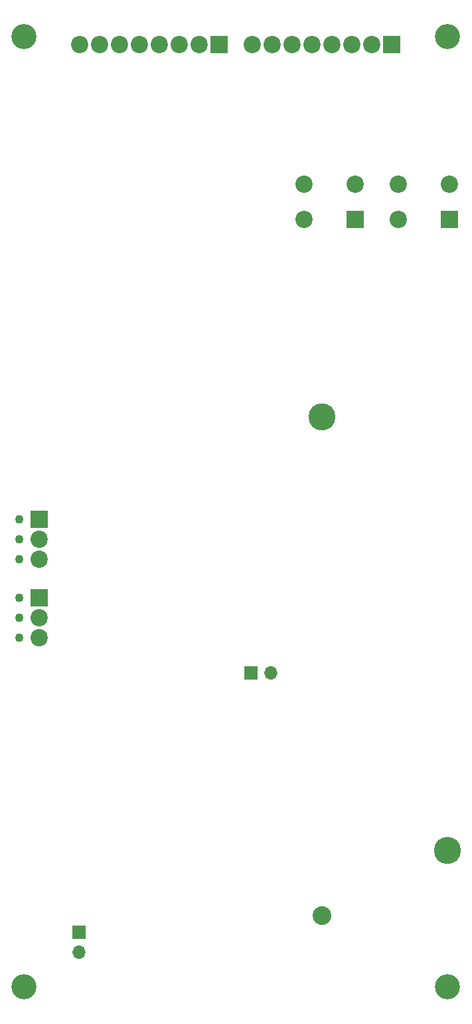
<source format=gbr>
G04 #@! TF.GenerationSoftware,KiCad,Pcbnew,8.0.5-8.0.5-0~ubuntu24.04.1*
G04 #@! TF.CreationDate,2024-10-26T16:25:55+03:00*
G04 #@! TF.ProjectId,esp32-main,65737033-322d-46d6-9169-6e2e6b696361,B*
G04 #@! TF.SameCoordinates,Original*
G04 #@! TF.FileFunction,Soldermask,Bot*
G04 #@! TF.FilePolarity,Negative*
%FSLAX46Y46*%
G04 Gerber Fmt 4.6, Leading zero omitted, Abs format (unit mm)*
G04 Created by KiCad (PCBNEW 8.0.5-8.0.5-0~ubuntu24.04.1) date 2024-10-26 16:25:55*
%MOMM*%
%LPD*%
G01*
G04 APERTURE LIST*
%ADD10C,2.200000*%
%ADD11R,2.200000X2.200000*%
%ADD12C,1.100000*%
%ADD13C,3.200000*%
%ADD14R,1.700000X1.700000*%
%ADD15O,1.700000X1.700000*%
%ADD16C,3.450000*%
%ADD17C,2.390000*%
G04 APERTURE END LIST*
D10*
X160750000Y-49750000D03*
X167250000Y-49750000D03*
X160750000Y-54250000D03*
D11*
X167250000Y-54250000D03*
D10*
X148750000Y-49750000D03*
X155250000Y-49750000D03*
X148750000Y-54250000D03*
D11*
X155250000Y-54250000D03*
D12*
X112460000Y-102460000D03*
X112460000Y-105000000D03*
X112460000Y-107540000D03*
D11*
X115000000Y-102460000D03*
D10*
X115000000Y-105000000D03*
X115000000Y-107540000D03*
D13*
X167000000Y-31000000D03*
D14*
X120000000Y-145000000D03*
D15*
X120000000Y-147540000D03*
D13*
X113000000Y-31000000D03*
D14*
X142000000Y-112000000D03*
D15*
X144540000Y-112000000D03*
D10*
X142110000Y-32000000D03*
X144650000Y-32000000D03*
X147190000Y-32000000D03*
X149730000Y-32000000D03*
X152270000Y-32000000D03*
X154810000Y-32000000D03*
X157350000Y-32000000D03*
D11*
X159890000Y-32000000D03*
D13*
X167000000Y-152000000D03*
X113000000Y-152000000D03*
D16*
X151000000Y-79400000D03*
X167000000Y-134600000D03*
D17*
X151000000Y-142930000D03*
D12*
X112460000Y-92460000D03*
X112460000Y-95000000D03*
X112460000Y-97540000D03*
D11*
X115000000Y-92460000D03*
D10*
X115000000Y-95000000D03*
X115000000Y-97540000D03*
D11*
X137890000Y-32000000D03*
D10*
X135350000Y-32000000D03*
X132810000Y-32000000D03*
X130270000Y-32000000D03*
X127730000Y-32000000D03*
X125190000Y-32000000D03*
X122650000Y-32000000D03*
X120110000Y-32000000D03*
M02*

</source>
